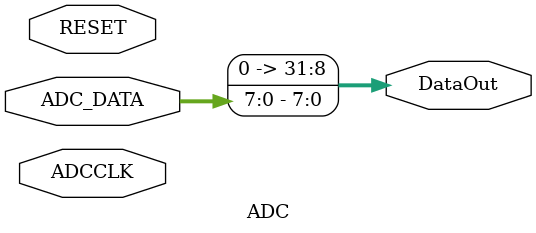
<source format=v>
`timescale 1ns / 1ps


module ADC(
    input ADCCLK,
    input RESET,
    input [7:0] ADC_DATA,
    output [31:0] DataOut
    );
    
    reg [7:0] ADC_BUF;
    
    always @(posedge ADCCLK) begin
        ADC_BUF = ADC_DATA;
    end
    
    assign  DataOut[7:0] = ADC_DATA;
    assign  DataOut[31:8] = 24'b0;

//    assign  DataOut[7:0] = 8'b10101010; Ó¡ªÈ©Á½
//    assign  DataOut[31:8] = 24'b101010101010101010101010;

    
endmodule

</source>
